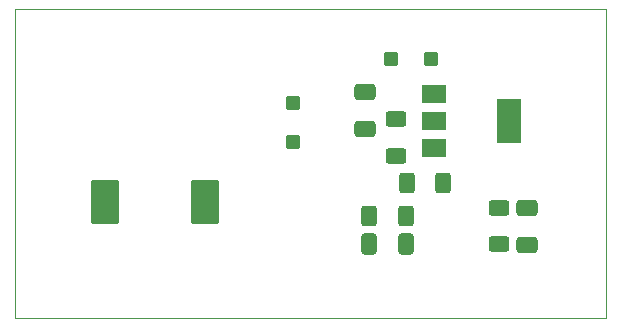
<source format=gbr>
%TF.GenerationSoftware,KiCad,Pcbnew,8.99.0-unknown*%
%TF.CreationDate,2024-04-30T22:38:12-04:00*%
%TF.ProjectId,VTVMbattElim,5654564d-6261-4747-9445-6c696d2e6b69,rev?*%
%TF.SameCoordinates,PX68860e8PY35c5de8*%
%TF.FileFunction,Paste,Bot*%
%TF.FilePolarity,Positive*%
%FSLAX46Y46*%
G04 Gerber Fmt 4.6, Leading zero omitted, Abs format (unit mm)*
G04 Created by KiCad (PCBNEW 8.99.0-unknown) date 2024-04-30 22:38:12*
%MOMM*%
%LPD*%
G01*
G04 APERTURE LIST*
G04 Aperture macros list*
%AMRoundRect*
0 Rectangle with rounded corners*
0 $1 Rounding radius*
0 $2 $3 $4 $5 $6 $7 $8 $9 X,Y pos of 4 corners*
0 Add a 4 corners polygon primitive as box body*
4,1,4,$2,$3,$4,$5,$6,$7,$8,$9,$2,$3,0*
0 Add four circle primitives for the rounded corners*
1,1,$1+$1,$2,$3*
1,1,$1+$1,$4,$5*
1,1,$1+$1,$6,$7*
1,1,$1+$1,$8,$9*
0 Add four rect primitives between the rounded corners*
20,1,$1+$1,$2,$3,$4,$5,0*
20,1,$1+$1,$4,$5,$6,$7,0*
20,1,$1+$1,$6,$7,$8,$9,0*
20,1,$1+$1,$8,$9,$2,$3,0*%
G04 Aperture macros list end*
%ADD10RoundRect,0.250000X-0.625000X0.400000X-0.625000X-0.400000X0.625000X-0.400000X0.625000X0.400000X0*%
%ADD11RoundRect,0.304800X-0.914400X-1.570200X0.914400X-1.570200X0.914400X1.570200X-0.914400X1.570200X0*%
%ADD12RoundRect,0.250000X-0.400000X-0.625000X0.400000X-0.625000X0.400000X0.625000X-0.400000X0.625000X0*%
%ADD13RoundRect,0.250000X-0.650000X0.412500X-0.650000X-0.412500X0.650000X-0.412500X0.650000X0.412500X0*%
%ADD14RoundRect,0.250000X0.400000X0.625000X-0.400000X0.625000X-0.400000X-0.625000X0.400000X-0.625000X0*%
%ADD15RoundRect,0.284091X-0.340909X0.340909X-0.340909X-0.340909X0.340909X-0.340909X0.340909X0.340909X0*%
%ADD16RoundRect,0.250000X0.412500X0.650000X-0.412500X0.650000X-0.412500X-0.650000X0.412500X-0.650000X0*%
%ADD17R,2.000000X1.500000*%
%ADD18R,2.000000X3.800000*%
%ADD19RoundRect,0.284091X-0.340909X-0.340909X0.340909X-0.340909X0.340909X0.340909X-0.340909X0.340909X0*%
%TA.AperFunction,Profile*%
%ADD20C,0.100000*%
%TD*%
G04 APERTURE END LIST*
D10*
%TO.C,R5*%
X40920000Y-16865000D03*
X40920000Y-19965000D03*
%TD*%
D11*
%TO.C,F2*%
X7561000Y-16383000D03*
X16061000Y-16383000D03*
%TD*%
D12*
%TO.C,R2*%
X33121000Y-14732000D03*
X36221000Y-14732000D03*
%TD*%
D13*
%TO.C,C2*%
X43345500Y-16852500D03*
X43345500Y-19977500D03*
%TD*%
D14*
%TO.C,R1*%
X33072000Y-17526000D03*
X29972000Y-17526000D03*
%TD*%
D13*
%TO.C,C4*%
X29591000Y-7073500D03*
X29591000Y-10198500D03*
%TD*%
D15*
%TO.C,D2*%
X23495000Y-7975600D03*
X23495000Y-11328400D03*
%TD*%
D16*
%TO.C,C1*%
X33084500Y-19951500D03*
X29959500Y-19951500D03*
%TD*%
D17*
%TO.C,U1*%
X35458000Y-11825000D03*
X35458000Y-9525000D03*
D18*
X41758000Y-9525000D03*
D17*
X35458000Y-7225000D03*
%TD*%
D19*
%TO.C,D1*%
X31813100Y-4229500D03*
X35165900Y-4229500D03*
%TD*%
D10*
%TO.C,R3*%
X32258000Y-9372000D03*
X32258000Y-12472000D03*
%TD*%
D20*
X50038000Y-26162000D02*
X0Y-26162000D01*
X0Y0D02*
X50038000Y0D01*
X0Y-26162000D02*
X0Y0D01*
X50038000Y0D02*
X50038000Y-26162000D01*
M02*

</source>
